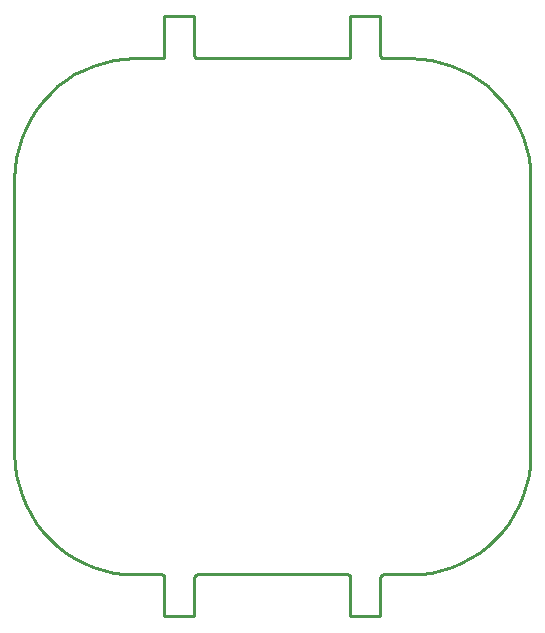
<source format=gbr>
G04 EAGLE Gerber RS-274X export*
G75*
%MOMM*%
%FSLAX34Y34*%
%LPD*%
%IN*%
%IPPOS*%
%AMOC8*
5,1,8,0,0,1.08239X$1,22.5*%
G01*
%ADD10C,0.254000*%


D10*
X-218440Y-116840D02*
X-218053Y-125695D01*
X-216896Y-134483D01*
X-214978Y-143136D01*
X-212313Y-151589D01*
X-208921Y-159778D01*
X-204828Y-167640D01*
X-200066Y-175115D01*
X-194670Y-182147D01*
X-188682Y-188682D01*
X-182147Y-194670D01*
X-175115Y-200066D01*
X-167640Y-204828D01*
X-159778Y-208921D01*
X-151589Y-212313D01*
X-143136Y-214978D01*
X-134483Y-216896D01*
X-125695Y-218053D01*
X-116840Y-218440D01*
X-93980Y-218440D01*
X-93759Y-218450D01*
X-93539Y-218479D01*
X-93323Y-218527D01*
X-93111Y-218593D01*
X-92907Y-218678D01*
X-92710Y-218780D01*
X-92523Y-218899D01*
X-92347Y-219034D01*
X-92184Y-219184D01*
X-92034Y-219347D01*
X-91899Y-219523D01*
X-91780Y-219710D01*
X-91678Y-219907D01*
X-91593Y-220111D01*
X-91527Y-220323D01*
X-91479Y-220539D01*
X-91450Y-220759D01*
X-91440Y-220980D01*
X-91440Y-254000D01*
X-66040Y-254000D01*
X-66040Y-220980D01*
X-66030Y-220759D01*
X-66001Y-220539D01*
X-65953Y-220323D01*
X-65887Y-220111D01*
X-65802Y-219907D01*
X-65700Y-219710D01*
X-65581Y-219523D01*
X-65446Y-219347D01*
X-65296Y-219184D01*
X-65133Y-219034D01*
X-64957Y-218899D01*
X-64770Y-218780D01*
X-64573Y-218678D01*
X-64369Y-218593D01*
X-64157Y-218527D01*
X-63941Y-218479D01*
X-63721Y-218450D01*
X-63500Y-218440D01*
X63500Y-218440D01*
X63721Y-218450D01*
X63941Y-218479D01*
X64157Y-218527D01*
X64369Y-218593D01*
X64573Y-218678D01*
X64770Y-218780D01*
X64957Y-218899D01*
X65133Y-219034D01*
X65296Y-219184D01*
X65446Y-219347D01*
X65581Y-219523D01*
X65700Y-219710D01*
X65802Y-219907D01*
X65887Y-220111D01*
X65953Y-220323D01*
X66001Y-220539D01*
X66030Y-220759D01*
X66040Y-220980D01*
X66040Y-254000D01*
X91440Y-254000D01*
X91440Y-220980D01*
X91450Y-220759D01*
X91479Y-220539D01*
X91527Y-220323D01*
X91593Y-220111D01*
X91678Y-219907D01*
X91780Y-219710D01*
X91899Y-219523D01*
X92034Y-219347D01*
X92184Y-219184D01*
X92347Y-219034D01*
X92523Y-218899D01*
X92710Y-218780D01*
X92907Y-218678D01*
X93111Y-218593D01*
X93323Y-218527D01*
X93539Y-218479D01*
X93759Y-218450D01*
X93980Y-218440D01*
X116840Y-218440D01*
X125695Y-218053D01*
X134483Y-216896D01*
X143136Y-214978D01*
X151589Y-212313D01*
X159778Y-208921D01*
X167640Y-204828D01*
X175115Y-200066D01*
X182147Y-194670D01*
X188682Y-188682D01*
X194670Y-182147D01*
X200066Y-175115D01*
X204828Y-167640D01*
X208921Y-159778D01*
X212313Y-151589D01*
X214978Y-143136D01*
X216896Y-134483D01*
X218053Y-125695D01*
X218440Y-116840D01*
X218440Y116840D01*
X218053Y125695D01*
X216896Y134483D01*
X214978Y143136D01*
X212313Y151589D01*
X208921Y159778D01*
X204828Y167640D01*
X200066Y175115D01*
X194670Y182147D01*
X188682Y188682D01*
X182147Y194670D01*
X175115Y200066D01*
X167640Y204828D01*
X159778Y208921D01*
X151589Y212313D01*
X143136Y214978D01*
X134483Y216896D01*
X125695Y218053D01*
X116840Y218440D01*
X93980Y218440D01*
X93759Y218450D01*
X93539Y218479D01*
X93323Y218527D01*
X93111Y218593D01*
X92907Y218678D01*
X92710Y218780D01*
X92523Y218899D01*
X92347Y219034D01*
X92184Y219184D01*
X92034Y219347D01*
X91899Y219523D01*
X91780Y219710D01*
X91678Y219907D01*
X91593Y220111D01*
X91527Y220323D01*
X91479Y220539D01*
X91450Y220759D01*
X91440Y220980D01*
X91440Y254000D01*
X66040Y254000D01*
X66040Y220980D01*
X66030Y220759D01*
X66001Y220539D01*
X65953Y220323D01*
X65887Y220111D01*
X65802Y219907D01*
X65700Y219710D01*
X65581Y219523D01*
X65446Y219347D01*
X65296Y219184D01*
X65133Y219034D01*
X64957Y218899D01*
X64770Y218780D01*
X64573Y218678D01*
X64369Y218593D01*
X64157Y218527D01*
X63941Y218479D01*
X63721Y218450D01*
X63500Y218440D01*
X-63500Y218440D01*
X-63721Y218450D01*
X-63941Y218479D01*
X-64157Y218527D01*
X-64369Y218593D01*
X-64573Y218678D01*
X-64770Y218780D01*
X-64957Y218899D01*
X-65133Y219034D01*
X-65296Y219184D01*
X-65446Y219347D01*
X-65581Y219523D01*
X-65700Y219710D01*
X-65802Y219907D01*
X-65887Y220111D01*
X-65953Y220323D01*
X-66001Y220539D01*
X-66030Y220759D01*
X-66040Y220980D01*
X-66040Y254000D01*
X-91440Y254000D01*
X-91440Y220980D01*
X-91450Y220759D01*
X-91479Y220539D01*
X-91527Y220323D01*
X-91593Y220111D01*
X-91678Y219907D01*
X-91780Y219710D01*
X-91899Y219523D01*
X-92034Y219347D01*
X-92184Y219184D01*
X-92347Y219034D01*
X-92523Y218899D01*
X-92710Y218780D01*
X-92907Y218678D01*
X-93111Y218593D01*
X-93323Y218527D01*
X-93539Y218479D01*
X-93759Y218450D01*
X-93980Y218440D01*
X-116840Y218440D01*
X-125695Y218053D01*
X-134483Y216896D01*
X-143136Y214978D01*
X-151589Y212313D01*
X-159778Y208921D01*
X-167640Y204828D01*
X-175115Y200066D01*
X-182147Y194670D01*
X-188682Y188682D01*
X-194670Y182147D01*
X-200066Y175115D01*
X-204828Y167640D01*
X-208921Y159778D01*
X-212313Y151589D01*
X-214978Y143136D01*
X-216896Y134483D01*
X-218053Y125695D01*
X-218440Y116840D01*
X-218440Y-116840D01*
M02*

</source>
